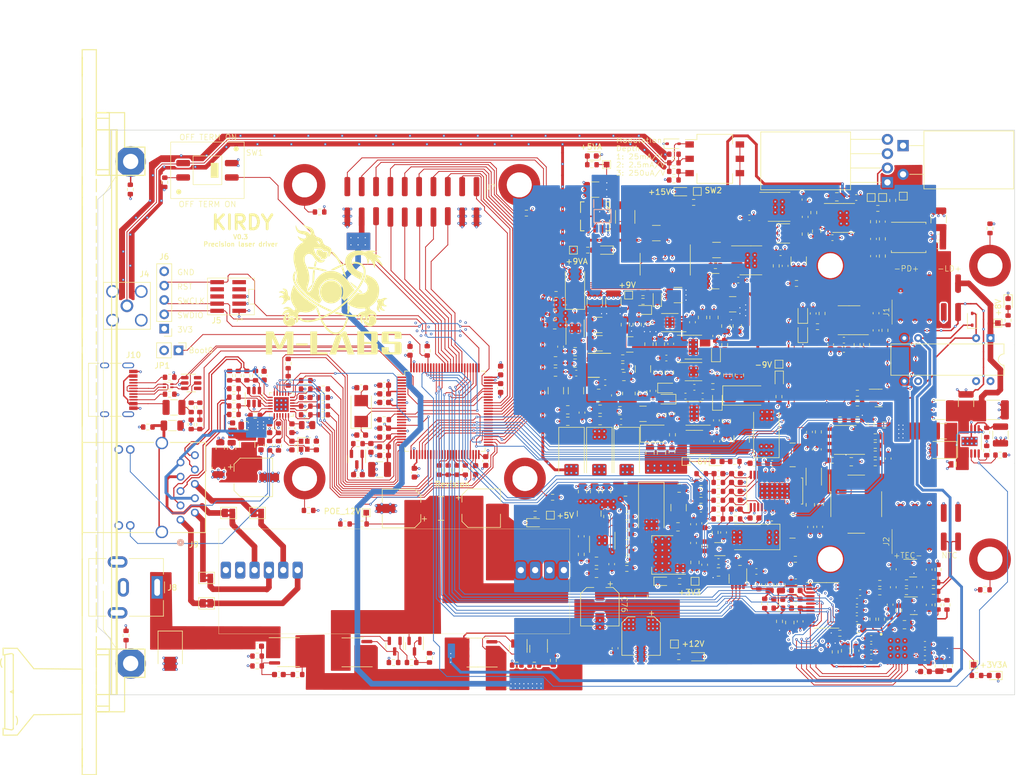
<source format=kicad_pcb>
(kicad_pcb (version 20221018) (generator pcbnew)

  (general
    (thickness 1.6)
  )

  (paper "A4")
  (layers
    (0 "F.Cu" jumper)
    (1 "In1.Cu" signal)
    (2 "In2.Cu" signal)
    (31 "B.Cu" signal)
    (32 "B.Adhes" user "B.Adhesive")
    (33 "F.Adhes" user "F.Adhesive")
    (34 "B.Paste" user)
    (35 "F.Paste" user)
    (36 "B.SilkS" user "B.Silkscreen")
    (37 "F.SilkS" user "F.Silkscreen")
    (38 "B.Mask" user)
    (39 "F.Mask" user)
    (40 "Dwgs.User" user "User.Drawings")
    (41 "Cmts.User" user "User.Comments")
    (42 "Eco1.User" user "User.Eco1")
    (43 "Eco2.User" user "User.Eco2")
    (44 "Edge.Cuts" user)
    (45 "Margin" user)
    (46 "B.CrtYd" user "B.Courtyard")
    (47 "F.CrtYd" user "F.Courtyard")
    (48 "B.Fab" user)
    (49 "F.Fab" user)
    (50 "User.1" user)
    (51 "User.2" user)
    (52 "User.3" user)
    (53 "User.4" user)
    (54 "User.5" user)
    (55 "User.6" user)
    (56 "User.7" user)
    (57 "User.8" user)
    (58 "User.9" user)
  )

  (setup
    (stackup
      (layer "F.SilkS" (type "Top Silk Screen"))
      (layer "F.Paste" (type "Top Solder Paste"))
      (layer "F.Mask" (type "Top Solder Mask") (thickness 0.01))
      (layer "F.Cu" (type "copper") (thickness 0.035))
      (layer "dielectric 1" (type "core") (thickness 0.48) (material "FR4") (epsilon_r 4.5) (loss_tangent 0.02))
      (layer "In1.Cu" (type "copper") (thickness 0.035))
      (layer "dielectric 2" (type "prepreg") (thickness 0.48) (material "FR4") (epsilon_r 4.5) (loss_tangent 0.02))
      (layer "In2.Cu" (type "copper") (thickness 0.035))
      (layer "dielectric 3" (type "core") (thickness 0.48) (material "FR4") (epsilon_r 4.5) (loss_tangent 0.02))
      (layer "B.Cu" (type "copper") (thickness 0.035))
      (layer "B.Mask" (type "Bottom Solder Mask") (thickness 0.01))
      (layer "B.Paste" (type "Bottom Solder Paste"))
      (layer "B.SilkS" (type "Bottom Silk Screen"))
      (copper_finish "ENIG")
      (dielectric_constraints no)
    )
    (pad_to_mask_clearance 0)
    (pcbplotparams
      (layerselection 0x00010fc_ffffffff)
      (plot_on_all_layers_selection 0x0000000_00000000)
      (disableapertmacros false)
      (usegerberextensions true)
      (usegerberattributes false)
      (usegerberadvancedattributes false)
      (creategerberjobfile true)
      (dashed_line_dash_ratio 12.000000)
      (dashed_line_gap_ratio 3.000000)
      (svgprecision 6)
      (plotframeref false)
      (viasonmask false)
      (mode 1)
      (useauxorigin false)
      (hpglpennumber 1)
      (hpglpenspeed 20)
      (hpglpendiameter 15.000000)
      (dxfpolygonmode true)
      (dxfimperialunits true)
      (dxfusepcbnewfont true)
      (psnegative false)
      (psa4output false)
      (plotreference false)
      (plotvalue false)
      (plotinvisibletext false)
      (sketchpadsonfab false)
      (subtractmaskfromsilk true)
      (outputformat 1)
      (mirror false)
      (drillshape 0)
      (scaleselection 1)
      (outputdirectory "gerbers")
    )
  )

  (net 0 "")
  (net 1 "+5VA")
  (net 2 "GND")
  (net 3 "Net-(U4-OUT)")
  (net 4 "Net-(U5--)")
  (net 5 "Net-(U3-VOUT_F)")
  (net 6 "Net-(C7-Pad2)")
  (net 7 "+9VA")
  (net 8 "-6V")
  (net 9 "+15V")
  (net 10 "Net-(U2-+)")
  (net 11 "Net-(U2--)")
  (net 12 "/MCU/PD_MON")
  (net 13 "Net-(C10-Pad1)")
  (net 14 "Net-(C10-Pad2)")
  (net 15 "Net-(C12-Pad1)")
  (net 16 "+3V3")
  (net 17 "Net-(U5-+)")
  (net 18 "Net-(Q2-G)")
  (net 19 "/MCU/VREF")
  (net 20 "+12V")
  (net 21 "Net-(C17-Pad2)")
  (net 22 "Net-(C24-Pad1)")
  (net 23 "Net-(C24-Pad2)")
  (net 24 "Net-(C27-Pad1)")
  (net 25 "/driveStage/PD_C")
  (net 26 "Net-(U7B-+)")
  (net 27 "-9V")
  (net 28 "IN")
  (net 29 "Net-(U9-VCAP_1)")
  (net 30 "Net-(U9-VCAP_2)")
  (net 31 "Net-(U9-PH0)")
  (net 32 "Net-(U9-PH1)")
  (net 33 "Net-(C51-Pad1)")
  (net 34 "/MCU/VDDA")
  (net 35 "Net-(U12-PGFB)")
  (net 36 "Net-(D5-A)")
  (net 37 "Net-(C81-Pad1)")
  (net 38 "Net-(D13-K)")
  (net 39 "Net-(U16-C+)")
  (net 40 "+9V")
  (net 41 "+8V")
  (net 42 "+3.3VA")
  (net 43 "/thermostat/DAC_REF")
  (net 44 "Net-(U16-C-)")
  (net 45 "Net-(D7-A)")
  (net 46 "Net-(D14-K)")
  (net 47 "/thermostat/MAXV")
  (net 48 "/thermostat/MAXIP")
  (net 49 "/thermostat/MAXIN")
  (net 50 "Net-(U11-EN{slash}UV)")
  (net 51 "Net-(U17-EN{slash}UV)")
  (net 52 "Net-(U13-EN{slash}UV)")
  (net 53 "/MCU/TEC_ISEN")
  (net 54 "Net-(U15-EN{slash}UV)")
  (net 55 "/thermostat/TEC_VREF")
  (net 56 "Net-(U14-EN{slash}UV)")
  (net 57 "Net-(U11-SET)")
  (net 58 "Net-(U17-SET)")
  (net 59 "+5V")
  (net 60 "Net-(U12-SET)")
  (net 61 "Net-(U13-SET)")
  (net 62 "Net-(U14-SET)")
  (net 63 "Net-(U15-SET)")
  (net 64 "Net-(C119-Pad1)")
  (net 65 "Net-(U19-CS)")
  (net 66 "Net-(U19-CTLI)")
  (net 67 "Net-(U19-OS2)")
  (net 68 "Net-(U19-COMP)")
  (net 69 "Net-(C132-Pad1)")
  (net 70 "Net-(U21-+)")
  (net 71 "Net-(C144-Pad2)")
  (net 72 "Net-(C145-Pad2)")
  (net 73 "/Ehternet/AVDDT_PHY")
  (net 74 "/Ehternet/ETH_SHIELD")
  (net 75 "Net-(U22-REFOUT)")
  (net 76 "Net-(C151-Pad2)")
  (net 77 "/MCU/RST")
  (net 78 "Net-(C152-Pad2)")
  (net 79 "/thermostat/TEC+")
  (net 80 "/thermostat/TEC-")
  (net 81 "Net-(U22-REGCAPD)")
  (net 82 "/MCU/USB_DP")
  (net 83 "/MCU/USB_DN")
  (net 84 "/MCU/SWDIO")
  (net 85 "/MCU/SWCLK")
  (net 86 "Net-(U22-REGCAPA)")
  (net 87 "/digital supply/+12V_Barrel_Jack")
  (net 88 "Net-(Q4-G)")
  (net 89 "Net-(U23-REGCAPA)")
  (net 90 "Net-(U23-REGCAPD)")
  (net 91 "Net-(Q3-G)")
  (net 92 "Net-(C176-Pad2)")
  (net 93 "Net-(C177-Pad1)")
  (net 94 "/driveStage/LD-")
  (net 95 "/thermostat/NTC+")
  (net 96 "/thermostat/NTC-")
  (net 97 "Net-(U26-BOOT)")
  (net 98 "Net-(C181-Pad2)")
  (net 99 "Net-(U26-VIN)")
  (net 100 "Net-(U25-VI)")
  (net 101 "Net-(FL2-Pad4)")
  (net 102 "Net-(FL2-Pad1)")
  (net 103 "Net-(C194-Pad1)")
  (net 104 "/MCU/PWM_MAXV")
  (net 105 "/MCU/PWM_MAXIP")
  (net 106 "/MCU/PWM_MAXIN")
  (net 107 "Net-(U26-SS{slash}TR)")
  (net 108 "Net-(U26-COMP)")
  (net 109 "Net-(C199-Pad1)")
  (net 110 "/MCU/TEC_VSEN")
  (net 111 "/Ehternet/POE_VC2-")
  (net 112 "/Ehternet/POE_VC1-")
  (net 113 "/MCU/POE_PWR_SRC")
  (net 114 "/Ehternet/RMII_RXD0")
  (net 115 "/Ehternet/POE_VC2+")
  (net 116 "/Ehternet/RMII_RXD1")
  (net 117 "/Ehternet/POE_VC1+")
  (net 118 "/Ehternet/RMII_CRS_DV")
  (net 119 "/Ehternet/RMII_REF_CLK")
  (net 120 "/Ehternet/RMII_MDIO")
  (net 121 "Net-(J9-Pad11)")
  (net 122 "/Ehternet/ETH_LED_1")
  (net 123 "Net-(J9-Pad13)")
  (net 124 "/Ehternet/PHY_TD_P")
  (net 125 "/Ehternet/PHY_TD_N")
  (net 126 "/Ehternet/PHY_RD_P")
  (net 127 "/Ehternet/PHY_RD_N")
  (net 128 "/Ehternet/ETH_LED_2")
  (net 129 "unconnected-(J10-SBU2-PadB8)")
  (net 130 "Net-(J10-CC2)")
  (net 131 "/MCU/USB_VBUS")
  (net 132 "/MCU/LDAC_LOAD")
  (net 133 "/MCU/LDAC_CLK")
  (net 134 "/MCU/LDAC_MOSI")
  (net 135 "/MCU/LDAC_CS")
  (net 136 "/MCU/TADC_SYNC")
  (net 137 "/MCU/TADC_MISO")
  (net 138 "/MCU/TDAC_MOSI")
  (net 139 "/MCU/TADC_CLK")
  (net 140 "/MCU/TDAC_CLK")
  (net 141 "/MCU/TADC_CS")
  (net 142 "/MCU/TDAC_SYNC")
  (net 143 "/MCU/TADC_MOSI")
  (net 144 "unconnected-(J10-SBU1-PadA8)")
  (net 145 "Net-(J10-CC1)")
  (net 146 "Net-(JP1-A)")
  (net 147 "Net-(JP2-B)")
  (net 148 "Net-(JP3-B)")
  (net 149 "Net-(JP4-B)")
  (net 150 "Net-(JP5-B)")
  (net 151 "Net-(U28-VDDCR)")
  (net 152 "Net-(Q9-E)")
  (net 153 "Net-(Q1-G)")
  (net 154 "Net-(Q2-S-Pad1)")
  (net 155 "Net-(U28-XTAL2)")
  (net 156 "Net-(Q5-G)")
  (net 157 "/Ehternet/RMII_MDC")
  (net 158 "/Ehternet/PHY_NRST")
  (net 159 "Net-(Q6-B)")
  (net 160 "Net-(Q7-B)")
  (net 161 "Net-(U28-XTAL1)")
  (net 162 "Net-(Q9-B)")
  (net 163 "Net-(D1-A)")
  (net 164 "/Ehternet/RMII_TX_EN")
  (net 165 "/Ehternet/RMII_TXD0")
  (net 166 "/Ehternet/RMII_TXD1")
  (net 167 "Net-(D2-A2)")
  (net 168 "Net-(D6-A)")
  (net 169 "Net-(D8-A)")
  (net 170 "Net-(D9-A)")
  (net 171 "Net-(D10-A)")
  (net 172 "Net-(FB10-Pad1)")
  (net 173 "Net-(U29-VBUS)")
  (net 174 "Net-(U19-OS1)")
  (net 175 "unconnected-(J5-Pin_6-Pad6)")
  (net 176 "Net-(U10-SET)")
  (net 177 "unconnected-(J5-Pin_7-Pad7)")
  (net 178 "Net-(U20B--)")
  (net 179 "unconnected-(J5-Pin_8-Pad8)")
  (net 180 "unconnected-(J5-Pin_9-Pad9)")
  (net 181 "Net-(L5-Pad1)")
  (net 182 "Net-(L6-Pad1)")
  (net 183 "unconnected-(K1-Pad14)")
  (net 184 "Net-(U20A-+)")
  (net 185 "Net-(U20A--)")
  (net 186 "Net-(Q8-B)")
  (net 187 "Net-(R10-Pad2)")
  (net 188 "Net-(R11-Pad2)")
  (net 189 "Net-(U1--)")
  (net 190 "Net-(R24-Pad2)")
  (net 191 "unconnected-(R24-Pad3)")
  (net 192 "Net-(U7B--)")
  (net 193 "Net-(U8-OUT)")
  (net 194 "Net-(U9-PE8)")
  (net 195 "Net-(U9-PE9)")
  (net 196 "Net-(U9-PE10)")
  (net 197 "Net-(U9-PE11)")
  (net 198 "Net-(R42-Pad1)")
  (net 199 "Net-(U12-ILIM)")
  (net 200 "Net-(U18-VFB)")
  (net 201 "Net-(R74-Pad2)")
  (net 202 "Net-(U21--)")
  (net 203 "Net-(U22-AIN0)")
  (net 204 "Net-(U22-AIN1)")
  (net 205 "Net-(U23-AIN0{slash}REF2-)")
  (net 206 "Net-(U23-AIN1{slash}REF2+)")
  (net 207 "/MCU/LD_EN")
  (net 208 "Net-(U26-EN)")
  (net 209 "Net-(U26-VSENSE)")
  (net 210 "Net-(U26-RT{slash}CLK)")
  (net 211 "Net-(U28-RXD0)")
  (net 212 "/MCU/TEC_~{SHDN}")
  (net 213 "/MCU/~{LD_SHORT}")
  (net 214 "Net-(U28-RXD1)")
  (net 215 "Net-(U28-CRS_DV)")
  (net 216 "Net-(U28-nINT)")
  (net 217 "Net-(U28-RXER)")
  (net 218 "Net-(U28-RBIAS)")
  (net 219 "Net-(R140-Pad2)")
  (net 220 "Net-(R141-Pad1)")
  (net 221 "Net-(U1-+)")
  (net 222 "Net-(U3-VOUT_S)")
  (net 223 "unconnected-(U4-RFB-Pad1)")
  (net 224 "12Vin")
  (net 225 "unconnected-(U4-NC-Pad9)")
  (net 226 "unconnected-(U4-INV-Pad13)")
  (net 227 "unconnected-(U9-PE2-Pad1)")
  (net 228 "unconnected-(U9-PE3-Pad2)")
  (net 229 "unconnected-(U9-PE4-Pad3)")
  (net 230 "unconnected-(U10-ILIM-Pad5)")
  (net 231 "unconnected-(U11-PG-Pad4)")
  (net 232 "unconnected-(U12-PG-Pad5)")
  (net 233 "unconnected-(U9-PE5-Pad4)")
  (net 234 "unconnected-(U9-PE6-Pad5)")
  (net 235 "unconnected-(U14-PG-Pad4)")
  (net 236 "unconnected-(U15-PG-Pad4)")
  (net 237 "unconnected-(U9-PC13-Pad7)")
  (net 238 "unconnected-(U9-PC14-Pad8)")
  (net 239 "unconnected-(U9-PC15-Pad9)")
  (net 240 "unconnected-(U9-PC2-Pad17)")
  (net 241 "/MCU/TDAC_VFB")
  (net 242 "unconnected-(U9-PE7-Pad38)")
  (net 243 "unconnected-(U9-PE12-Pad43)")
  (net 244 "unconnected-(U9-PE13-Pad44)")
  (net 245 "unconnected-(U9-PE14-Pad45)")
  (net 246 "unconnected-(U9-PE15-Pad46)")
  (net 247 "unconnected-(U9-PB2-Pad37)")
  (net 248 "unconnected-(U9-PA10-Pad69)")
  (net 249 "unconnected-(U9-PB9-Pad96)")
  (net 250 "unconnected-(U9-PE0-Pad97)")
  (net 251 "unconnected-(U9-PE1-Pad98)")
  (net 252 "unconnected-(U13-PG-Pad5)")
  (net 253 "unconnected-(U15-VIOC-Pad7)")
  (net 254 "unconnected-(U16-NC-Pad1)")
  (net 255 "unconnected-(U16-NC-Pad3)")
  (net 256 "unconnected-(U16-NC-Pad6)")
  (net 257 "unconnected-(U16-NC-Pad7)")
  (net 258 "unconnected-(U16-NC-Pad12)")
  (net 259 "unconnected-(U17-PG-Pad4)")
  (net 260 "Net-(U19-ITEC)")
  (net 261 "unconnected-(U22-XTAL1-Pad9)")
  (net 262 "unconnected-(U22-XTAL2{slash}CLKIO-Pad10)")
  (net 263 "/Ehternet/RJ45_RD_N")
  (net 264 "/Ehternet/RJ45_RD_P")
  (net 265 "/Ehternet/RJ45_TD_N")
  (net 266 "/Ehternet/RJ45_TD_P")
  (net 267 "/thermostat/ADC1_REF")
  (net 268 "/thermostat/ADC1_A3V3")
  (net 269 "/thermostat/ADC1_D3V3")
  (net 270 "/thermostat/ADC2_D3V3")
  (net 271 "/thermostat/ADC2_A3V3")
  (net 272 "/thermostat/ADC2_REF")
  (net 273 "unconnected-(U22-GPIO0-Pad19)")
  (net 274 "unconnected-(U22-GPIO1-Pad20)")
  (net 275 "Net-(C126-Pad1)")
  (net 276 "unconnected-(U23-DNC-Pad3)")
  (net 277 "unconnected-(U23-PDSW-Pad8)")
  (net 278 "unconnected-(U23-XTAL1-Pad9)")
  (net 279 "unconnected-(U23-XTAL2{slash}CLKIO-Pad10)")
  (net 280 "unconnected-(U23-~{ERROR}-Pad15)")
  (net 281 "unconnected-(U23-GPIO0-Pad20)")
  (net 282 "unconnected-(U23-GPIO1-Pad21)")
  (net 283 "unconnected-(U23-GPIO2-Pad22)")
  (net 284 "unconnected-(U23-AIN2-Pad23)")
  (net 285 "Net-(C208-Pad1)")
  (net 286 "Net-(R7-Pad2)")
  (net 287 "unconnected-(U23-AIN3-Pad24)")
  (net 288 "unconnected-(U23-AIN4-Pad25)")
  (net 289 "unconnected-(U23-AIN5-Pad26)")
  (net 290 "unconnected-(U23-AIN6-Pad27)")
  (net 291 "unconnected-(U23-AIN7-Pad28)")
  (net 292 "unconnected-(U23-AIN8-Pad29)")
  (net 293 "/MCU/TERM_STAT")
  (net 294 "Net-(MH1-Pad1)")
  (net 295 "Net-(MH1-Pad2)")
  (net 296 "/thermostat/TEC_REF")
  (net 297 "Net-(D12-A)")
  (net 298 "Net-(D13-A)")
  (net 299 "unconnected-(U23-GPO3-Pad30)")
  (net 300 "Net-(D15-A)")
  (net 301 "unconnected-(U24-NC-Pad1)")
  (net 302 "unconnected-(U24-NC-Pad2)")
  (net 303 "unconnected-(U26-PWRGD-Pad14)")
  (net 304 "Net-(D19-A)")
  (net 305 "Net-(D20-A)")
  (net 306 "Net-(D21-A)")
  (net 307 "Net-(D11-A)")
  (net 308 "/digital supply/POE_12V")
  (net 309 "unconnected-(U29-I{slash}O3-Pad4)")
  (net 310 "unconnected-(U29-I{slash}O4-Pad6)")
  (net 311 "Net-(H2-Pad1)")
  (net 312 "Net-(H1-Pad1)")
  (net 313 "Net-(H4-Pad1)")
  (net 314 "Net-(H3-Pad1)")
  (net 315 "Net-(H5-Pad1)")
  (net 316 "Net-(H6-Pad1)")
  (net 317 "Net-(H7-Pad1)")
  (net 318 "Net-(H8-Pad1)")
  (net 319 "/MCU/PC9")
  (net 320 "/MCU/PC8")
  (net 321 "/MCU/PC7")
  (net 322 "/MCU/PD1")
  (net 323 "/MCU/PC6")
  (net 324 "/MCU/PD2")
  (net 325 "/MCU/PD15")
  (net 326 "/MCU/PD3")
  (net 327 "/MCU/PD14")
  (net 328 "/MCU/PD4")
  (net 329 "/MCU/PD13")
  (net 330 "/MCU/PD5")
  (net 331 "/MCU/PD12")
  (net 332 "/MCU/PD6")
  (net 333 "/MCU/PD11")
  (net 334 "/MCU/PD10")
  (net 335 "unconnected-(U9-PA8-Pad67)")

  (footprint "Resistor_SMD:R_0603_1608Metric" (layer "F.Cu") (at 34.544 45.8338 180))

  (footprint "Resistor_SMD:R_0603_1608Metric" (layer "F.Cu") (at 56.4434 93.4499 90))

  (footprint "Capacitor_SMD:C_0603_1608Metric" (layer "F.Cu") (at 79.65 38.35 -90))

  (footprint "Capacitor_SMD:C_0603_1608Metric" (layer "F.Cu") (at 34.544 47.3578))

  (footprint "Capacitor_SMD:C_0603_1608Metric" (layer "F.Cu") (at 138.5316 80.9498 90))

  (footprint "Package_TO_SOT_SMD:SOT-23" (layer "F.Cu") (at 50.2882 91.3874 -90))

  (footprint "Capacitor_SMD:C_0805_2012Metric" (layer "F.Cu") (at 103.4288 76.5556 -90))

  (footprint "Inductor_SMD:L_1210_3225Metric" (layer "F.Cu") (at 47.617 60.0964))

  (footprint "Capacitor_SMD:C_0603_1608Metric" (layer "F.Cu") (at 104.4956 63.9706 180))

  (footprint "Resistor_SMD:R_0603_1608Metric" (layer "F.Cu") (at 118.3 47.2 -90))

  (footprint "Resistor_SMD:R_0603_1608Metric" (layer "F.Cu") (at 73.6 14.7 180))

  (footprint "Capacitor_SMD:C_0805_2012Metric" (layer "F.Cu") (at 107.6 78.25))

  (footprint "Capacitor_SMD:C_0603_1608Metric" (layer "F.Cu") (at 137.6328 58.1658 90))

  (footprint "Package_QFP:LQFP-100_14x14mm_P0.5mm" (layer "F.Cu") (at 59.182 49.7798))

  (footprint "Capacitor_SMD:C_0603_1608Metric" (layer "F.Cu") (at 104.4956 67.1332 180))

  (footprint "Resistor_SMD:R_0603_1608Metric" (layer "F.Cu") (at 33.0955 96.414))

  (footprint "Capacitor_SMD:C_0805_2012Metric" (layer "F.Cu") (at 78.75 42.85))

  (footprint "Resistor_SMD:R_0603_1608Metric" (layer "F.Cu") (at 37.6308 47.3578 180))

  (footprint "Inductor_SMD:L_1008_2520Metric" (layer "F.Cu") (at 91.7448 46.6344 -90))

  (footprint "Capacitor_SMD:C_0603_1608Metric" (layer "F.Cu") (at 110.6875 60.8397))

  (footprint "Capacitor_SMD:C_0805_2012Metric" (layer "F.Cu") (at 94.1832 46.3922 -90))

  (footprint "Resistor_SMD:R_0603_1608Metric" (layer "F.Cu") (at 115.7754 83.822 -90))

  (footprint "Resistor_SMD:R_0603_1608Metric" (layer "F.Cu") (at 37.6308 45.8338 180))

  (footprint "Resistor_SMD:R_0603_1608Metric" (layer "F.Cu") (at 129.075 89.1 180))

  (footprint "Resistor_SMD:R_0603_1608Metric" (layer "F.Cu") (at 104.4956 62.3984))

  (footprint "Resistor_SMD:R_0603_1608Metric" (layer "F.Cu") (at 78.36 93.918 90))

  (footprint "Capacitor_SMD:C_0603_1608Metric" (layer "F.Cu") (at 135.0256 22.3134 -90))

  (footprint "Capacitor_SMD:C_0603_1608Metric" (layer "F.Cu") (at 99.3394 50.1786 90))

  (footprint "Diode_SMD:D_SMB" (layer "F.Cu") (at 10.5615 92.364 -90))

  (footprint "Capacitor_SMD:C_0603_1608Metric" (layer "F.Cu") (at 78.8126 32.7046 180))

  (footprint "Resistor_SMD:R_0603_1608Metric" (layer "F.Cu") (at 21.844 50.355))

  (footprint "Resistor_SMD:R_0603_1608Metric" (layer "F.Cu") (at 155.65 17.4 -90))

  (footprint "Resistor_SMD:R_0603_1608Metric" (layer "F.Cu") (at 132.1793 46.6024))

  (footprint "Capacitor_SMD:C_0805_2012Metric" (layer "F.Cu") (at 82.2198 41.2662 180))

  (footprint "Package_SO:SOIC-8-1EP_3.9x4.9mm_P1.27mm_EP2.29x3mm" (layer "F.Cu") (at 118.325 13.585))

  (footprint "Capacitor_SMD:C_0805_2012Metric" (layer "F.Cu") (at 86.0044 76.3524 180))

  (footprint "Package_TO_SOT_SMD:SOT-23-6" (layer "F.Cu") (at 25.4 47.2562 90))

  (footprint "Resistor_SMD:R_0603_1608Metric" (layer "F.Cu") (at 158.85 33.675 -90))

  (footprint "LED_SMD:LED_0603_1608Metric" (layer "F.Cu") (at 96.774 29.718 90))

  (footprint "Connector_BarrelJack:BarrelJack_CUI_PJ-063AH_Horizontal" (layer "F.Cu") (at 8.25 80.9732 -90))

  (footprint "TestPoint:TestPoint_Pad_1.0x1.0mm" (layer "F.Cu") (at 77.8375 68.2 -90))

  (footprint "Capacitor_SMD:C_1812_4532Metric" (layer "F.Cu") (at 156.2338 49.5436))

  (footprint "Resistor_SMD:R_0603_1608Metric" (layer "F.Cu") (at 136.144 81.788))

  (footprint "Capacitor_SMD:C_0603_1608Metric" (layer "F.Cu")
    (tstamp 1659fee2-7944-43c5-940b-bd833df9c6f1)
    (at 144.137 91.059)
    (descr "Capacitor SMD 0603 (1608 Metric), square (rectangular) end terminal, IPC_7351 nominal, (Body size source: IPC-SM-782 page 76, https://www.pcb-3d.com/wordpress/wp-content/uploads/ipc-sm-782a_amendment_1_and_2.pdf), generated with kicad-footprint-generator")
    (tags "capacitor")
    (property "MFR_PN" "CL10B105KA8NNNC")
    (property "MFR_PN_ALT" "CGA3E1X7R1E105K080AC")
    (property "Sheetfile" "thermostat.kicad_sch")
    (property "Sheetname" "thermostat")
    (property "dnp" "")
    (property "ki_description" "Unpolarized capacitor")
    (property "ki_keywords" "cap capacitor")
    (path "/bda728c0-b189-4e05-8d4f-58a38acf883b/affb5156-15d1-4ad0-b5c1-8c16048566da")
    (attr smd)
    (fp_text reference "C173" (at 0 -1.43) (layer "F.SilkS") hide
        (effects (font (size 1 1) (thickness 0.15)))
      (tstamp b9472ce7-6b1f-46bf-9cef-9c67931a6a99)
    )
    (fp_text value "1u" (at 0 1.43) (layer "F.Fab")
        (effects (font (size 1 1) (thickness 0.15)))
      (tstamp 9ed96773-f8bc-48d8-a3f9-9de9720dd41e)
    )
    (fp_text user "${REFERENCE}" (at 0 0) (layer "F.Fab")
        (effects (font (size 0.4 0.4) (thickness 0.06)))
      (tstamp 7da7e0e1-a000-475d-8873-a721b845d97e)
    )
    (fp_line (start -0.14058 -0.51) (end 0.14058 -0.51)
      (stroke (width 0.12) (type solid)) (layer "F.SilkS") (tstamp 7732a5e0-ebc5-4382-bb49-b39baed3abed))
    (fp_line (start -0.14058 0.51) (end 0.14058 0.51)
      (stroke (width 0.12) (type solid)) (layer "F.SilkS") (tstamp 5b134ca2-789b-4a64-8182-78cd1ff153bf))
    (fp_line (start -1.48 -0.73) (end 1.48 -0.73)
      (stroke (width 0.05) (type solid)) (layer "F.CrtYd") (tstamp 9ae6f399-8b83-4cd1-8fd6-f09dcb5356e5))
    (fp_line (start -1.48 0.73) (end -1.48 -0.73)
      (stroke (width 0.05) (type solid)) (layer "F.CrtYd") (tstamp 2836024b-b326-49fb-b647-0db1d5083f49))
    (fp_line (start 1.48 -0.73) (end 1.48 0.73)
      (stroke (width 0.05) (type solid)) (layer "F.CrtYd") (tstamp 221d4a7f-7660-4251-8ac2-71f81edf8c8d))
    (fp_line (start 1.48 0.73) (end -1.48 0.73)
      (stroke (width 0.05) (type solid)) (layer "F.CrtYd") (tstamp cf0a3d49-36e5-456c-a584-1997f0841408))
    (fp_line (start -0.8 -0.4) (end 0.8 -0.4)
      (stroke (width 0.1) (type solid)) (layer "F.Fab") (tstamp 65792efa-77af-4852-b8b4-bfaadffc03db))
    (fp_line (start -0.8 0.4) (end -0.8 -0.4)
... [6062980 chars truncated]
</source>
